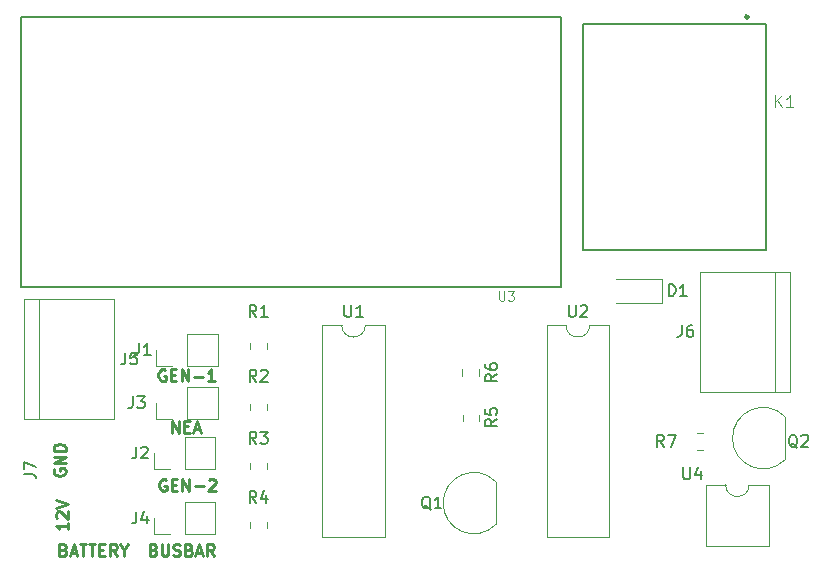
<source format=gbr>
G04 #@! TF.GenerationSoftware,KiCad,Pcbnew,(5.0.1)-3*
G04 #@! TF.CreationDate,2021-02-17T13:04:11+05:45*
G04 #@! TF.ProjectId,Logic-circuit,4C6F6769632D636972637569742E6B69,rev?*
G04 #@! TF.SameCoordinates,Original*
G04 #@! TF.FileFunction,Legend,Top*
G04 #@! TF.FilePolarity,Positive*
%FSLAX46Y46*%
G04 Gerber Fmt 4.6, Leading zero omitted, Abs format (unit mm)*
G04 Created by KiCad (PCBNEW (5.0.1)-3) date 2/17/2021 1:04:11 PM*
%MOMM*%
%LPD*%
G01*
G04 APERTURE LIST*
%ADD10C,0.250000*%
%ADD11C,0.120000*%
%ADD12C,0.127000*%
%ADD13C,0.300000*%
%ADD14C,0.150000*%
%ADD15C,0.200000*%
%ADD16C,0.100000*%
G04 APERTURE END LIST*
D10*
X61480000Y-88091904D02*
X61432380Y-88187142D01*
X61432380Y-88330000D01*
X61480000Y-88472857D01*
X61575238Y-88568095D01*
X61670476Y-88615714D01*
X61860952Y-88663333D01*
X62003809Y-88663333D01*
X62194285Y-88615714D01*
X62289523Y-88568095D01*
X62384761Y-88472857D01*
X62432380Y-88330000D01*
X62432380Y-88234761D01*
X62384761Y-88091904D01*
X62337142Y-88044285D01*
X62003809Y-88044285D01*
X62003809Y-88234761D01*
X62432380Y-87615714D02*
X61432380Y-87615714D01*
X62432380Y-87044285D01*
X61432380Y-87044285D01*
X62432380Y-86568095D02*
X61432380Y-86568095D01*
X61432380Y-86330000D01*
X61480000Y-86187142D01*
X61575238Y-86091904D01*
X61670476Y-86044285D01*
X61860952Y-85996666D01*
X62003809Y-85996666D01*
X62194285Y-86044285D01*
X62289523Y-86091904D01*
X62384761Y-86187142D01*
X62432380Y-86330000D01*
X62432380Y-86568095D01*
X62622380Y-92639047D02*
X62622380Y-93210476D01*
X62622380Y-92924761D02*
X61622380Y-92924761D01*
X61765238Y-93020000D01*
X61860476Y-93115238D01*
X61908095Y-93210476D01*
X61717619Y-92258095D02*
X61670000Y-92210476D01*
X61622380Y-92115238D01*
X61622380Y-91877142D01*
X61670000Y-91781904D01*
X61717619Y-91734285D01*
X61812857Y-91686666D01*
X61908095Y-91686666D01*
X62050952Y-91734285D01*
X62622380Y-92305714D01*
X62622380Y-91686666D01*
X61622380Y-91400952D02*
X62622380Y-91067619D01*
X61622380Y-90734285D01*
X71433333Y-85012380D02*
X71433333Y-84012380D01*
X72004761Y-85012380D01*
X72004761Y-84012380D01*
X72480952Y-84488571D02*
X72814285Y-84488571D01*
X72957142Y-85012380D02*
X72480952Y-85012380D01*
X72480952Y-84012380D01*
X72957142Y-84012380D01*
X73338095Y-84726666D02*
X73814285Y-84726666D01*
X73242857Y-85012380D02*
X73576190Y-84012380D01*
X73909523Y-85012380D01*
X70940476Y-89000000D02*
X70845238Y-88952380D01*
X70702380Y-88952380D01*
X70559523Y-89000000D01*
X70464285Y-89095238D01*
X70416666Y-89190476D01*
X70369047Y-89380952D01*
X70369047Y-89523809D01*
X70416666Y-89714285D01*
X70464285Y-89809523D01*
X70559523Y-89904761D01*
X70702380Y-89952380D01*
X70797619Y-89952380D01*
X70940476Y-89904761D01*
X70988095Y-89857142D01*
X70988095Y-89523809D01*
X70797619Y-89523809D01*
X71416666Y-89428571D02*
X71750000Y-89428571D01*
X71892857Y-89952380D02*
X71416666Y-89952380D01*
X71416666Y-88952380D01*
X71892857Y-88952380D01*
X72321428Y-89952380D02*
X72321428Y-88952380D01*
X72892857Y-89952380D01*
X72892857Y-88952380D01*
X73369047Y-89571428D02*
X74130952Y-89571428D01*
X74559523Y-89047619D02*
X74607142Y-89000000D01*
X74702380Y-88952380D01*
X74940476Y-88952380D01*
X75035714Y-89000000D01*
X75083333Y-89047619D01*
X75130952Y-89142857D01*
X75130952Y-89238095D01*
X75083333Y-89380952D01*
X74511904Y-89952380D01*
X75130952Y-89952380D01*
X70870476Y-79700000D02*
X70775238Y-79652380D01*
X70632380Y-79652380D01*
X70489523Y-79700000D01*
X70394285Y-79795238D01*
X70346666Y-79890476D01*
X70299047Y-80080952D01*
X70299047Y-80223809D01*
X70346666Y-80414285D01*
X70394285Y-80509523D01*
X70489523Y-80604761D01*
X70632380Y-80652380D01*
X70727619Y-80652380D01*
X70870476Y-80604761D01*
X70918095Y-80557142D01*
X70918095Y-80223809D01*
X70727619Y-80223809D01*
X71346666Y-80128571D02*
X71680000Y-80128571D01*
X71822857Y-80652380D02*
X71346666Y-80652380D01*
X71346666Y-79652380D01*
X71822857Y-79652380D01*
X72251428Y-80652380D02*
X72251428Y-79652380D01*
X72822857Y-80652380D01*
X72822857Y-79652380D01*
X73299047Y-80271428D02*
X74060952Y-80271428D01*
X75060952Y-80652380D02*
X74489523Y-80652380D01*
X74775238Y-80652380D02*
X74775238Y-79652380D01*
X74680000Y-79795238D01*
X74584761Y-79890476D01*
X74489523Y-79938095D01*
X69892857Y-94928571D02*
X70035714Y-94976190D01*
X70083333Y-95023809D01*
X70130952Y-95119047D01*
X70130952Y-95261904D01*
X70083333Y-95357142D01*
X70035714Y-95404761D01*
X69940476Y-95452380D01*
X69559523Y-95452380D01*
X69559523Y-94452380D01*
X69892857Y-94452380D01*
X69988095Y-94500000D01*
X70035714Y-94547619D01*
X70083333Y-94642857D01*
X70083333Y-94738095D01*
X70035714Y-94833333D01*
X69988095Y-94880952D01*
X69892857Y-94928571D01*
X69559523Y-94928571D01*
X70559523Y-94452380D02*
X70559523Y-95261904D01*
X70607142Y-95357142D01*
X70654761Y-95404761D01*
X70750000Y-95452380D01*
X70940476Y-95452380D01*
X71035714Y-95404761D01*
X71083333Y-95357142D01*
X71130952Y-95261904D01*
X71130952Y-94452380D01*
X71559523Y-95404761D02*
X71702380Y-95452380D01*
X71940476Y-95452380D01*
X72035714Y-95404761D01*
X72083333Y-95357142D01*
X72130952Y-95261904D01*
X72130952Y-95166666D01*
X72083333Y-95071428D01*
X72035714Y-95023809D01*
X71940476Y-94976190D01*
X71750000Y-94928571D01*
X71654761Y-94880952D01*
X71607142Y-94833333D01*
X71559523Y-94738095D01*
X71559523Y-94642857D01*
X71607142Y-94547619D01*
X71654761Y-94500000D01*
X71750000Y-94452380D01*
X71988095Y-94452380D01*
X72130952Y-94500000D01*
X72892857Y-94928571D02*
X73035714Y-94976190D01*
X73083333Y-95023809D01*
X73130952Y-95119047D01*
X73130952Y-95261904D01*
X73083333Y-95357142D01*
X73035714Y-95404761D01*
X72940476Y-95452380D01*
X72559523Y-95452380D01*
X72559523Y-94452380D01*
X72892857Y-94452380D01*
X72988095Y-94500000D01*
X73035714Y-94547619D01*
X73083333Y-94642857D01*
X73083333Y-94738095D01*
X73035714Y-94833333D01*
X72988095Y-94880952D01*
X72892857Y-94928571D01*
X72559523Y-94928571D01*
X73511904Y-95166666D02*
X73988095Y-95166666D01*
X73416666Y-95452380D02*
X73750000Y-94452380D01*
X74083333Y-95452380D01*
X74988095Y-95452380D02*
X74654761Y-94976190D01*
X74416666Y-95452380D02*
X74416666Y-94452380D01*
X74797619Y-94452380D01*
X74892857Y-94500000D01*
X74940476Y-94547619D01*
X74988095Y-94642857D01*
X74988095Y-94785714D01*
X74940476Y-94880952D01*
X74892857Y-94928571D01*
X74797619Y-94976190D01*
X74416666Y-94976190D01*
X62250000Y-94928571D02*
X62392857Y-94976190D01*
X62440476Y-95023809D01*
X62488095Y-95119047D01*
X62488095Y-95261904D01*
X62440476Y-95357142D01*
X62392857Y-95404761D01*
X62297619Y-95452380D01*
X61916666Y-95452380D01*
X61916666Y-94452380D01*
X62250000Y-94452380D01*
X62345238Y-94500000D01*
X62392857Y-94547619D01*
X62440476Y-94642857D01*
X62440476Y-94738095D01*
X62392857Y-94833333D01*
X62345238Y-94880952D01*
X62250000Y-94928571D01*
X61916666Y-94928571D01*
X62869047Y-95166666D02*
X63345238Y-95166666D01*
X62773809Y-95452380D02*
X63107142Y-94452380D01*
X63440476Y-95452380D01*
X63630952Y-94452380D02*
X64202380Y-94452380D01*
X63916666Y-95452380D02*
X63916666Y-94452380D01*
X64392857Y-94452380D02*
X64964285Y-94452380D01*
X64678571Y-95452380D02*
X64678571Y-94452380D01*
X65297619Y-94928571D02*
X65630952Y-94928571D01*
X65773809Y-95452380D02*
X65297619Y-95452380D01*
X65297619Y-94452380D01*
X65773809Y-94452380D01*
X66773809Y-95452380D02*
X66440476Y-94976190D01*
X66202380Y-95452380D02*
X66202380Y-94452380D01*
X66583333Y-94452380D01*
X66678571Y-94500000D01*
X66726190Y-94547619D01*
X66773809Y-94642857D01*
X66773809Y-94785714D01*
X66726190Y-94880952D01*
X66678571Y-94928571D01*
X66583333Y-94976190D01*
X66202380Y-94976190D01*
X67392857Y-94976190D02*
X67392857Y-95452380D01*
X67059523Y-94452380D02*
X67392857Y-94976190D01*
X67726190Y-94452380D01*
D11*
G04 #@! TO.C,Q1*
X98850000Y-92780000D02*
X98850000Y-89180000D01*
X98838478Y-92818478D02*
G75*
G02X94400000Y-90980000I-1838478J1838478D01*
G01*
X98838478Y-89141522D02*
G75*
G03X94400000Y-90980000I-1838478J-1838478D01*
G01*
G04 #@! TO.C,U1*
X87810000Y-75920000D02*
G75*
G02X85810000Y-75920000I-1000000J0D01*
G01*
X85810000Y-75920000D02*
X84160000Y-75920000D01*
X84160000Y-75920000D02*
X84160000Y-93820000D01*
X84160000Y-93820000D02*
X89460000Y-93820000D01*
X89460000Y-93820000D02*
X89460000Y-75920000D01*
X89460000Y-75920000D02*
X87810000Y-75920000D01*
G04 #@! TO.C,U2*
X108460000Y-75920000D02*
X106810000Y-75920000D01*
X108460000Y-93820000D02*
X108460000Y-75920000D01*
X103160000Y-93820000D02*
X108460000Y-93820000D01*
X103160000Y-75920000D02*
X103160000Y-93820000D01*
X104810000Y-75920000D02*
X103160000Y-75920000D01*
X106810000Y-75920000D02*
G75*
G02X104810000Y-75920000I-1000000J0D01*
G01*
G04 #@! TO.C,J1*
X75330000Y-79330000D02*
X75330000Y-76670000D01*
X72730000Y-79330000D02*
X75330000Y-79330000D01*
X72730000Y-76670000D02*
X75330000Y-76670000D01*
X72730000Y-79330000D02*
X72730000Y-76670000D01*
X71460000Y-79330000D02*
X70130000Y-79330000D01*
X70130000Y-79330000D02*
X70130000Y-78000000D01*
G04 #@! TO.C,J2*
X69920000Y-88080000D02*
X69920000Y-86750000D01*
X71250000Y-88080000D02*
X69920000Y-88080000D01*
X72520000Y-88080000D02*
X72520000Y-85420000D01*
X72520000Y-85420000D02*
X75120000Y-85420000D01*
X72520000Y-88080000D02*
X75120000Y-88080000D01*
X75120000Y-88080000D02*
X75120000Y-85420000D01*
G04 #@! TO.C,J3*
X75330000Y-83830000D02*
X75330000Y-81170000D01*
X72730000Y-83830000D02*
X75330000Y-83830000D01*
X72730000Y-81170000D02*
X75330000Y-81170000D01*
X72730000Y-83830000D02*
X72730000Y-81170000D01*
X71460000Y-83830000D02*
X70130000Y-83830000D01*
X70130000Y-83830000D02*
X70130000Y-82500000D01*
G04 #@! TO.C,J4*
X69920000Y-93580000D02*
X69920000Y-92250000D01*
X71250000Y-93580000D02*
X69920000Y-93580000D01*
X72520000Y-93580000D02*
X72520000Y-90920000D01*
X72520000Y-90920000D02*
X75120000Y-90920000D01*
X72520000Y-93580000D02*
X75120000Y-93580000D01*
X75120000Y-93580000D02*
X75120000Y-90920000D01*
G04 #@! TO.C,R1*
X78040000Y-77946078D02*
X78040000Y-77428922D01*
X79460000Y-77946078D02*
X79460000Y-77428922D01*
G04 #@! TO.C,R2*
X79460000Y-83071078D02*
X79460000Y-82553922D01*
X78040000Y-83071078D02*
X78040000Y-82553922D01*
G04 #@! TO.C,R3*
X78040000Y-88071078D02*
X78040000Y-87553922D01*
X79460000Y-88071078D02*
X79460000Y-87553922D01*
G04 #@! TO.C,R4*
X79460000Y-93071078D02*
X79460000Y-92553922D01*
X78040000Y-93071078D02*
X78040000Y-92553922D01*
G04 #@! TO.C,R5*
X97470000Y-84048578D02*
X97470000Y-83531422D01*
X96050000Y-84048578D02*
X96050000Y-83531422D01*
G04 #@! TO.C,R6*
X96040000Y-80178578D02*
X96040000Y-79661422D01*
X97460000Y-80178578D02*
X97460000Y-79661422D01*
G04 #@! TO.C,D1*
X112900000Y-74000000D02*
X112900000Y-72000000D01*
X112900000Y-72000000D02*
X109000000Y-72000000D01*
X112900000Y-74000000D02*
X109000000Y-74000000D01*
G04 #@! TO.C,J5*
X58940000Y-73710000D02*
X58940000Y-83870000D01*
X66560000Y-73710000D02*
X58940000Y-73710000D01*
X66560000Y-83870000D02*
X66560000Y-73710000D01*
X58940000Y-83870000D02*
X66560000Y-83870000D01*
X60210000Y-83870000D02*
X60210000Y-73710000D01*
G04 #@! TO.C,J6*
X122540000Y-71380000D02*
X122540000Y-81540000D01*
X123810000Y-71380000D02*
X116190000Y-71380000D01*
X116190000Y-71380000D02*
X116190000Y-81540000D01*
X116190000Y-81540000D02*
X123810000Y-81540000D01*
X123810000Y-81540000D02*
X123810000Y-71380000D01*
D12*
G04 #@! TO.C,K1*
X106250000Y-50450000D02*
X121750000Y-50450000D01*
X121750000Y-50450000D02*
X121750000Y-69550000D01*
X121750000Y-69550000D02*
X106250000Y-69550000D01*
X106250000Y-69550000D02*
X106250000Y-50450000D01*
D13*
X120219000Y-49800000D02*
G75*
G03X120219000Y-49800000I-100000J0D01*
G01*
D11*
G04 #@! TO.C,Q2*
X123350000Y-87280000D02*
X123350000Y-83680000D01*
X123338478Y-87318478D02*
G75*
G02X118900000Y-85480000I-1838478J1838478D01*
G01*
X123338478Y-83641522D02*
G75*
G03X118900000Y-85480000I-1838478J-1838478D01*
G01*
G04 #@! TO.C,R7*
X116446578Y-86460000D02*
X115929422Y-86460000D01*
X116446578Y-85040000D02*
X115929422Y-85040000D01*
D14*
G04 #@! TO.C,U3*
X104350000Y-49840000D02*
X58630000Y-49840000D01*
X58630000Y-72700000D02*
X58630000Y-49840000D01*
X104350000Y-72700000D02*
X58630000Y-72700000D01*
X104350000Y-49840000D02*
X104350000Y-72700000D01*
D11*
G04 #@! TO.C,U4*
X120310000Y-89420000D02*
G75*
G02X118310000Y-89420000I-1000000J0D01*
G01*
X118310000Y-89420000D02*
X116660000Y-89420000D01*
X116660000Y-89420000D02*
X116660000Y-94620000D01*
X116660000Y-94620000D02*
X121960000Y-94620000D01*
X121960000Y-94620000D02*
X121960000Y-89420000D01*
X121960000Y-89420000D02*
X120310000Y-89420000D01*
G04 #@! TO.C,Q1*
D14*
X93344761Y-91527619D02*
X93249523Y-91480000D01*
X93154285Y-91384761D01*
X93011428Y-91241904D01*
X92916190Y-91194285D01*
X92820952Y-91194285D01*
X92868571Y-91432380D02*
X92773333Y-91384761D01*
X92678095Y-91289523D01*
X92630476Y-91099047D01*
X92630476Y-90765714D01*
X92678095Y-90575238D01*
X92773333Y-90480000D01*
X92868571Y-90432380D01*
X93059047Y-90432380D01*
X93154285Y-90480000D01*
X93249523Y-90575238D01*
X93297142Y-90765714D01*
X93297142Y-91099047D01*
X93249523Y-91289523D01*
X93154285Y-91384761D01*
X93059047Y-91432380D01*
X92868571Y-91432380D01*
X94249523Y-91432380D02*
X93678095Y-91432380D01*
X93963809Y-91432380D02*
X93963809Y-90432380D01*
X93868571Y-90575238D01*
X93773333Y-90670476D01*
X93678095Y-90718095D01*
G04 #@! TO.C,U1*
D15*
X86048095Y-74202380D02*
X86048095Y-75011904D01*
X86095714Y-75107142D01*
X86143333Y-75154761D01*
X86238571Y-75202380D01*
X86429047Y-75202380D01*
X86524285Y-75154761D01*
X86571904Y-75107142D01*
X86619523Y-75011904D01*
X86619523Y-74202380D01*
X87619523Y-75202380D02*
X87048095Y-75202380D01*
X87333809Y-75202380D02*
X87333809Y-74202380D01*
X87238571Y-74345238D01*
X87143333Y-74440476D01*
X87048095Y-74488095D01*
G04 #@! TO.C,U2*
X105048095Y-74202380D02*
X105048095Y-75011904D01*
X105095714Y-75107142D01*
X105143333Y-75154761D01*
X105238571Y-75202380D01*
X105429047Y-75202380D01*
X105524285Y-75154761D01*
X105571904Y-75107142D01*
X105619523Y-75011904D01*
X105619523Y-74202380D01*
X106048095Y-74297619D02*
X106095714Y-74250000D01*
X106190952Y-74202380D01*
X106429047Y-74202380D01*
X106524285Y-74250000D01*
X106571904Y-74297619D01*
X106619523Y-74392857D01*
X106619523Y-74488095D01*
X106571904Y-74630952D01*
X106000476Y-75202380D01*
X106619523Y-75202380D01*
G04 #@! TO.C,J1*
D14*
X68626666Y-77452380D02*
X68626666Y-78166666D01*
X68579047Y-78309523D01*
X68483809Y-78404761D01*
X68340952Y-78452380D01*
X68245714Y-78452380D01*
X69626666Y-78452380D02*
X69055238Y-78452380D01*
X69340952Y-78452380D02*
X69340952Y-77452380D01*
X69245714Y-77595238D01*
X69150476Y-77690476D01*
X69055238Y-77738095D01*
G04 #@! TO.C,J2*
X68416666Y-86202380D02*
X68416666Y-86916666D01*
X68369047Y-87059523D01*
X68273809Y-87154761D01*
X68130952Y-87202380D01*
X68035714Y-87202380D01*
X68845238Y-86297619D02*
X68892857Y-86250000D01*
X68988095Y-86202380D01*
X69226190Y-86202380D01*
X69321428Y-86250000D01*
X69369047Y-86297619D01*
X69416666Y-86392857D01*
X69416666Y-86488095D01*
X69369047Y-86630952D01*
X68797619Y-87202380D01*
X69416666Y-87202380D01*
G04 #@! TO.C,J3*
X68126666Y-81952380D02*
X68126666Y-82666666D01*
X68079047Y-82809523D01*
X67983809Y-82904761D01*
X67840952Y-82952380D01*
X67745714Y-82952380D01*
X68507619Y-81952380D02*
X69126666Y-81952380D01*
X68793333Y-82333333D01*
X68936190Y-82333333D01*
X69031428Y-82380952D01*
X69079047Y-82428571D01*
X69126666Y-82523809D01*
X69126666Y-82761904D01*
X69079047Y-82857142D01*
X69031428Y-82904761D01*
X68936190Y-82952380D01*
X68650476Y-82952380D01*
X68555238Y-82904761D01*
X68507619Y-82857142D01*
G04 #@! TO.C,J4*
X68416666Y-91702380D02*
X68416666Y-92416666D01*
X68369047Y-92559523D01*
X68273809Y-92654761D01*
X68130952Y-92702380D01*
X68035714Y-92702380D01*
X69321428Y-92035714D02*
X69321428Y-92702380D01*
X69083333Y-91654761D02*
X68845238Y-92369047D01*
X69464285Y-92369047D01*
G04 #@! TO.C,R1*
X78583333Y-75202380D02*
X78250000Y-74726190D01*
X78011904Y-75202380D02*
X78011904Y-74202380D01*
X78392857Y-74202380D01*
X78488095Y-74250000D01*
X78535714Y-74297619D01*
X78583333Y-74392857D01*
X78583333Y-74535714D01*
X78535714Y-74630952D01*
X78488095Y-74678571D01*
X78392857Y-74726190D01*
X78011904Y-74726190D01*
X79535714Y-75202380D02*
X78964285Y-75202380D01*
X79250000Y-75202380D02*
X79250000Y-74202380D01*
X79154761Y-74345238D01*
X79059523Y-74440476D01*
X78964285Y-74488095D01*
G04 #@! TO.C,R2*
X78583333Y-80702380D02*
X78250000Y-80226190D01*
X78011904Y-80702380D02*
X78011904Y-79702380D01*
X78392857Y-79702380D01*
X78488095Y-79750000D01*
X78535714Y-79797619D01*
X78583333Y-79892857D01*
X78583333Y-80035714D01*
X78535714Y-80130952D01*
X78488095Y-80178571D01*
X78392857Y-80226190D01*
X78011904Y-80226190D01*
X78964285Y-79797619D02*
X79011904Y-79750000D01*
X79107142Y-79702380D01*
X79345238Y-79702380D01*
X79440476Y-79750000D01*
X79488095Y-79797619D01*
X79535714Y-79892857D01*
X79535714Y-79988095D01*
X79488095Y-80130952D01*
X78916666Y-80702380D01*
X79535714Y-80702380D01*
G04 #@! TO.C,R3*
X78583333Y-85952380D02*
X78250000Y-85476190D01*
X78011904Y-85952380D02*
X78011904Y-84952380D01*
X78392857Y-84952380D01*
X78488095Y-85000000D01*
X78535714Y-85047619D01*
X78583333Y-85142857D01*
X78583333Y-85285714D01*
X78535714Y-85380952D01*
X78488095Y-85428571D01*
X78392857Y-85476190D01*
X78011904Y-85476190D01*
X78916666Y-84952380D02*
X79535714Y-84952380D01*
X79202380Y-85333333D01*
X79345238Y-85333333D01*
X79440476Y-85380952D01*
X79488095Y-85428571D01*
X79535714Y-85523809D01*
X79535714Y-85761904D01*
X79488095Y-85857142D01*
X79440476Y-85904761D01*
X79345238Y-85952380D01*
X79059523Y-85952380D01*
X78964285Y-85904761D01*
X78916666Y-85857142D01*
G04 #@! TO.C,R4*
X78583333Y-90952380D02*
X78250000Y-90476190D01*
X78011904Y-90952380D02*
X78011904Y-89952380D01*
X78392857Y-89952380D01*
X78488095Y-90000000D01*
X78535714Y-90047619D01*
X78583333Y-90142857D01*
X78583333Y-90285714D01*
X78535714Y-90380952D01*
X78488095Y-90428571D01*
X78392857Y-90476190D01*
X78011904Y-90476190D01*
X79440476Y-90285714D02*
X79440476Y-90952380D01*
X79202380Y-89904761D02*
X78964285Y-90619047D01*
X79583333Y-90619047D01*
G04 #@! TO.C,R5*
X98952380Y-83876666D02*
X98476190Y-84210000D01*
X98952380Y-84448095D02*
X97952380Y-84448095D01*
X97952380Y-84067142D01*
X98000000Y-83971904D01*
X98047619Y-83924285D01*
X98142857Y-83876666D01*
X98285714Y-83876666D01*
X98380952Y-83924285D01*
X98428571Y-83971904D01*
X98476190Y-84067142D01*
X98476190Y-84448095D01*
X97952380Y-82971904D02*
X97952380Y-83448095D01*
X98428571Y-83495714D01*
X98380952Y-83448095D01*
X98333333Y-83352857D01*
X98333333Y-83114761D01*
X98380952Y-83019523D01*
X98428571Y-82971904D01*
X98523809Y-82924285D01*
X98761904Y-82924285D01*
X98857142Y-82971904D01*
X98904761Y-83019523D01*
X98952380Y-83114761D01*
X98952380Y-83352857D01*
X98904761Y-83448095D01*
X98857142Y-83495714D01*
G04 #@! TO.C,R6*
X98952380Y-80086666D02*
X98476190Y-80420000D01*
X98952380Y-80658095D02*
X97952380Y-80658095D01*
X97952380Y-80277142D01*
X98000000Y-80181904D01*
X98047619Y-80134285D01*
X98142857Y-80086666D01*
X98285714Y-80086666D01*
X98380952Y-80134285D01*
X98428571Y-80181904D01*
X98476190Y-80277142D01*
X98476190Y-80658095D01*
X97952380Y-79229523D02*
X97952380Y-79420000D01*
X98000000Y-79515238D01*
X98047619Y-79562857D01*
X98190476Y-79658095D01*
X98380952Y-79705714D01*
X98761904Y-79705714D01*
X98857142Y-79658095D01*
X98904761Y-79610476D01*
X98952380Y-79515238D01*
X98952380Y-79324761D01*
X98904761Y-79229523D01*
X98857142Y-79181904D01*
X98761904Y-79134285D01*
X98523809Y-79134285D01*
X98428571Y-79181904D01*
X98380952Y-79229523D01*
X98333333Y-79324761D01*
X98333333Y-79515238D01*
X98380952Y-79610476D01*
X98428571Y-79658095D01*
X98523809Y-79705714D01*
G04 #@! TO.C,D1*
X113511904Y-73452380D02*
X113511904Y-72452380D01*
X113750000Y-72452380D01*
X113892857Y-72500000D01*
X113988095Y-72595238D01*
X114035714Y-72690476D01*
X114083333Y-72880952D01*
X114083333Y-73023809D01*
X114035714Y-73214285D01*
X113988095Y-73309523D01*
X113892857Y-73404761D01*
X113750000Y-73452380D01*
X113511904Y-73452380D01*
X115035714Y-73452380D02*
X114464285Y-73452380D01*
X114750000Y-73452380D02*
X114750000Y-72452380D01*
X114654761Y-72595238D01*
X114559523Y-72690476D01*
X114464285Y-72738095D01*
G04 #@! TO.C,J5*
X67496666Y-78242380D02*
X67496666Y-78956666D01*
X67449047Y-79099523D01*
X67353809Y-79194761D01*
X67210952Y-79242380D01*
X67115714Y-79242380D01*
X68449047Y-78242380D02*
X67972857Y-78242380D01*
X67925238Y-78718571D01*
X67972857Y-78670952D01*
X68068095Y-78623333D01*
X68306190Y-78623333D01*
X68401428Y-78670952D01*
X68449047Y-78718571D01*
X68496666Y-78813809D01*
X68496666Y-79051904D01*
X68449047Y-79147142D01*
X68401428Y-79194761D01*
X68306190Y-79242380D01*
X68068095Y-79242380D01*
X67972857Y-79194761D01*
X67925238Y-79147142D01*
G04 #@! TO.C,J6*
X114586666Y-75912380D02*
X114586666Y-76626666D01*
X114539047Y-76769523D01*
X114443809Y-76864761D01*
X114300952Y-76912380D01*
X114205714Y-76912380D01*
X115491428Y-75912380D02*
X115300952Y-75912380D01*
X115205714Y-75960000D01*
X115158095Y-76007619D01*
X115062857Y-76150476D01*
X115015238Y-76340952D01*
X115015238Y-76721904D01*
X115062857Y-76817142D01*
X115110476Y-76864761D01*
X115205714Y-76912380D01*
X115396190Y-76912380D01*
X115491428Y-76864761D01*
X115539047Y-76817142D01*
X115586666Y-76721904D01*
X115586666Y-76483809D01*
X115539047Y-76388571D01*
X115491428Y-76340952D01*
X115396190Y-76293333D01*
X115205714Y-76293333D01*
X115110476Y-76340952D01*
X115062857Y-76388571D01*
X115015238Y-76483809D01*
G04 #@! TO.C,K1*
D16*
X122511835Y-57452423D02*
X122511835Y-56452329D01*
X123083317Y-57452423D02*
X122654705Y-56880941D01*
X123083317Y-56452329D02*
X122511835Y-57023811D01*
X124035788Y-57452423D02*
X123464305Y-57452423D01*
X123750047Y-57452423D02*
X123750047Y-56452329D01*
X123654799Y-56595200D01*
X123559552Y-56690447D01*
X123464305Y-56738070D01*
G04 #@! TO.C,Q2*
D14*
X124404761Y-86297619D02*
X124309523Y-86250000D01*
X124214285Y-86154761D01*
X124071428Y-86011904D01*
X123976190Y-85964285D01*
X123880952Y-85964285D01*
X123928571Y-86202380D02*
X123833333Y-86154761D01*
X123738095Y-86059523D01*
X123690476Y-85869047D01*
X123690476Y-85535714D01*
X123738095Y-85345238D01*
X123833333Y-85250000D01*
X123928571Y-85202380D01*
X124119047Y-85202380D01*
X124214285Y-85250000D01*
X124309523Y-85345238D01*
X124357142Y-85535714D01*
X124357142Y-85869047D01*
X124309523Y-86059523D01*
X124214285Y-86154761D01*
X124119047Y-86202380D01*
X123928571Y-86202380D01*
X124738095Y-85297619D02*
X124785714Y-85250000D01*
X124880952Y-85202380D01*
X125119047Y-85202380D01*
X125214285Y-85250000D01*
X125261904Y-85297619D01*
X125309523Y-85392857D01*
X125309523Y-85488095D01*
X125261904Y-85630952D01*
X124690476Y-86202380D01*
X125309523Y-86202380D01*
G04 #@! TO.C,R7*
X113083833Y-86202380D02*
X112750500Y-85726190D01*
X112512404Y-86202380D02*
X112512404Y-85202380D01*
X112893357Y-85202380D01*
X112988595Y-85250000D01*
X113036214Y-85297619D01*
X113083833Y-85392857D01*
X113083833Y-85535714D01*
X113036214Y-85630952D01*
X112988595Y-85678571D01*
X112893357Y-85726190D01*
X112512404Y-85726190D01*
X113417166Y-85202380D02*
X114083833Y-85202380D01*
X113655261Y-86202380D01*
G04 #@! TO.C,U3*
D16*
X99140476Y-73061904D02*
X99140476Y-73709523D01*
X99178571Y-73785714D01*
X99216666Y-73823809D01*
X99292857Y-73861904D01*
X99445238Y-73861904D01*
X99521428Y-73823809D01*
X99559523Y-73785714D01*
X99597619Y-73709523D01*
X99597619Y-73061904D01*
X99902380Y-73061904D02*
X100397619Y-73061904D01*
X100130952Y-73366666D01*
X100245238Y-73366666D01*
X100321428Y-73404761D01*
X100359523Y-73442857D01*
X100397619Y-73519047D01*
X100397619Y-73709523D01*
X100359523Y-73785714D01*
X100321428Y-73823809D01*
X100245238Y-73861904D01*
X100016666Y-73861904D01*
X99940476Y-73823809D01*
X99902380Y-73785714D01*
G04 #@! TO.C,U4*
D14*
X114738095Y-87952380D02*
X114738095Y-88761904D01*
X114785714Y-88857142D01*
X114833333Y-88904761D01*
X114928571Y-88952380D01*
X115119047Y-88952380D01*
X115214285Y-88904761D01*
X115261904Y-88857142D01*
X115309523Y-88761904D01*
X115309523Y-87952380D01*
X116214285Y-88285714D02*
X116214285Y-88952380D01*
X115976190Y-87904761D02*
X115738095Y-88619047D01*
X116357142Y-88619047D01*
G04 #@! TO.C,J7*
X58892380Y-88513333D02*
X59606666Y-88513333D01*
X59749523Y-88560952D01*
X59844761Y-88656190D01*
X59892380Y-88799047D01*
X59892380Y-88894285D01*
X58892380Y-88132380D02*
X58892380Y-87465714D01*
X59892380Y-87894285D01*
G04 #@! TD*
M02*

</source>
